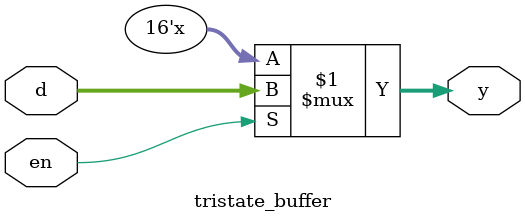
<source format=sv>

`default_nettype none

module tristate_buffer #(
  parameter integer WIDTH = 16
) (
  input wire en,
  input wire [WIDTH-1:0] d,
  output wire [WIDTH-1:0] y
);
  assign y = en ? d : {(WIDTH){1'bz}};;
endmodule

`default_nettype wire

</source>
